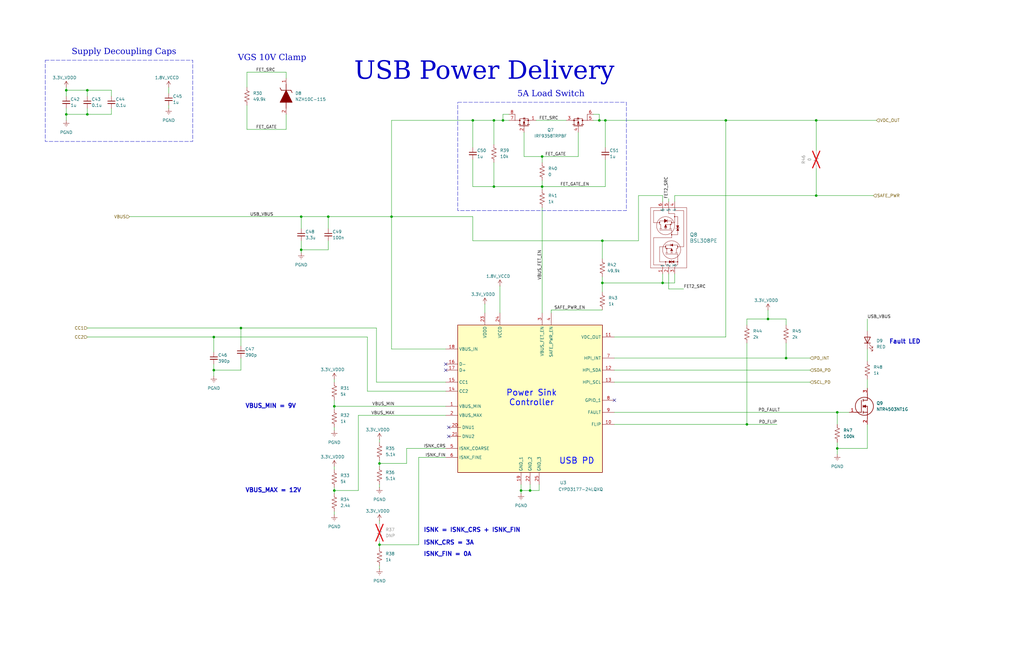
<source format=kicad_sch>
(kicad_sch (version 20231120) (generator "eeschema") (generator_version "8.0")
  (paper "B")
  (title_block (title "SCAN") (date "2025-01-30") (rev "v1.1") (company "Senior Design Group 35"))
  (lib_symbols
    (symbol "Device:C_Small" (pin_numbers hide) (pin_names (offset 0.254) hide)
      (property "Reference" "C" (at 0.254 1.778 0))
      (property "Value" "C_Small" (at 0.254 -2.032 0))
      (symbol "C_Small_0_1"
        (polyline (pts (xy -1.524 -0.508) (xy 1.524 -0.508)) (stroke (width 0.3302)))
        (polyline (pts (xy -1.524 0.508) (xy 1.524 0.508)) (stroke (width 0.3048)))
      )
      (symbol "C_Small_1_1"
        (pin passive line (at 0 2.54 270) (length 2.032) (name "~") (number "1"))
        (pin passive line (at 0 -2.54 90) (length 2.032) (name "~") (number "2"))
      )
    )
    (symbol "Device:LED" (pin_numbers hide) (pin_names (offset 1.016) hide)
      (property "Reference" "D" (at 0 2.54 0))
      (property "Value" "LED" (at 0 -2.54 0))
      (symbol "LED_0_1"
        (polyline (pts (xy -1.27 -1.27) (xy -1.27 1.27)) (stroke (width 0.254)))
        (polyline (pts (xy -1.27 0) (xy 1.27 0)))
        (polyline (pts (xy 1.27 -1.27) (xy 1.27 1.27) (xy -1.27 0) (xy 1.27 -1.27)) (stroke (width 0.254)))
        (polyline (pts (xy -3.048 -0.762) (xy -4.572 -2.286) (xy -3.81 -2.286) (xy -4.572 -2.286) (xy -4.572 -1.524)))
        (polyline (pts (xy -1.778 -0.762) (xy -3.302 -2.286) (xy -2.54 -2.286) (xy -3.302 -2.286) (xy -3.302 -1.524)))
      )
      (symbol "LED_1_1"
        (pin passive line (at -3.81 0 0) (length 2.54) (name "K") (number "1"))
        (pin passive line (at 3.81 0 180) (length 2.54) (name "A") (number "2"))
      )
    )
    (symbol "Device:R_US" (pin_numbers hide) (pin_names (offset 0))
      (property "Reference" "R" (at 2.54 0 90))
      (property "Value" "R_US" (at -2.54 0 90))
      (symbol "R_US_0_1"
        (polyline (pts (xy 0 -2.286) (xy 0 -2.54)))
        (polyline (pts (xy 0 2.286) (xy 0 2.54)))
        (polyline (pts (xy 0 -0.762) (xy 1.016 -1.143) (xy 0 -1.524) (xy -1.016 -1.905) (xy 0 -2.286)))
        (polyline (pts (xy 0 0.762) (xy 1.016 0.381) (xy 0 0) (xy -1.016 -0.381) (xy 0 -0.762)))
        (polyline (pts (xy 0 2.286) (xy 1.016 1.905) (xy 0 1.524) (xy -1.016 1.143) (xy 0 0.762)))
      )
      (symbol "R_US_1_1"
        (pin passive line (at 0 3.81 270) (length 1.27) (name "~") (number "1"))
        (pin passive line (at 0 -3.81 90) (length 1.27) (name "~") (number "2"))
      )
    )
    (symbol "custom_symbols:2N7002NXAKR" (pin_names hide)
      (property "Reference" "Q" (at 11.43 3.81 0))
      (property "Value" "2N7002NXAKR" (at 11.43 1.27 0))
      (symbol "2N7002NXAKR_1_1"
        (polyline (pts (xy 2.54 0) (xy 5.08 0)) (stroke (width 0.254)))
        (polyline (pts (xy 5.08 5.08) (xy 5.08 0)) (stroke (width 0.254)))
        (polyline (pts (xy 5.842 -0.508) (xy 5.842 0.508)) (stroke (width 0.254)))
        (polyline (pts (xy 5.842 0) (xy 7.62 0)) (stroke (width 0.254)))
        (polyline (pts (xy 5.842 2.032) (xy 5.842 3.048)) (stroke (width 0.254)))
        (polyline (pts (xy 5.842 5.588) (xy 5.842 4.572)) (stroke (width 0.254)))
        (polyline (pts (xy 7.62 2.54) (xy 5.842 2.54)) (stroke (width 0.254)))
        (polyline (pts (xy 7.62 2.54) (xy 7.62 -2.54)) (stroke (width 0.254)))
        (polyline (pts (xy 7.62 5.08) (xy 5.842 5.08)) (stroke (width 0.254)))
        (polyline (pts (xy 7.62 5.08) (xy 7.62 7.62)) (stroke (width 0.254)))
        (polyline (pts (xy 5.842 2.54) (xy 6.858 3.048) (xy 6.858 2.032) (xy 5.842 2.54)) (stroke (width 0.254)) (fill (type outline)))
        (circle (center 6.35 2.54) (radius 3.81) (stroke (width 0.254)))
        (pin passive line (at 0 0 0) (length 2.54) (name "G") (number "1"))
        (pin passive line (at 7.62 -5.08 90) (length 2.54) (name "S") (number "2"))
        (pin passive line (at 7.62 10.16 270) (length 2.54) (name "D") (number "3"))
      )
    )
    (symbol "custom_symbols:BSL308PEH6327XTSA1" (pin_names (offset 0.254))
      (property "Reference" "Q" (at 20.32 10.16 0))
      (property "Value" "BSL308PEH6327XTSA1" (at 20.32 7.62 0))
      (symbol "BSL308PEH6327XTSA1_0_1"
        (polyline (pts (xy 7.62 -10.16) (xy 33.02 -10.16)) (stroke (width 0.127)))
        (polyline (pts (xy 7.62 -5.08) (xy 8.89 -5.08)) (stroke (width 0.127)))
        (polyline (pts (xy 7.62 -2.54) (xy 8.89 -2.54)) (stroke (width 0.127)))
        (polyline (pts (xy 7.62 5.08) (xy 7.62 -10.16)) (stroke (width 0.127)))
        (polyline (pts (xy 8.89 -6.35) (xy 13.462 -6.35)) (stroke (width 0.127)))
        (polyline (pts (xy 8.89 -5.08) (xy 8.89 -6.35)) (stroke (width 0.127)))
        (polyline (pts (xy 8.89 -2.54) (xy 8.89 -1.27)) (stroke (width 0.127)))
        (polyline (pts (xy 8.89 -1.27) (xy 10.16 -1.27)) (stroke (width 0.127)))
        (polyline (pts (xy 8.89 0) (xy 7.62 0)) (stroke (width 0.127)))
        (polyline (pts (xy 8.89 0) (xy 8.89 3.81)) (stroke (width 0.127)))
        (polyline (pts (xy 8.89 3.81) (xy 20.32 3.81)) (stroke (width 0.127)))
        (polyline (pts (xy 9.652 -3.81) (xy 9.398 -4.064)) (stroke (width 0.127)))
        (polyline (pts (xy 9.652 -3.81) (xy 10.668 -3.81)) (stroke (width 0.127)))
        (polyline (pts (xy 10.16 -6.35) (xy 10.16 -4.826)) (stroke (width 0.127)))
        (polyline (pts (xy 10.16 -2.54) (xy 10.16 -3.048)) (stroke (width 0.127)))
        (polyline (pts (xy 10.16 -2.54) (xy 10.16 1.27)) (stroke (width 0.127)))
        (polyline (pts (xy 10.16 1.27) (xy 16.51 1.27)) (stroke (width 0.127)))
        (polyline (pts (xy 10.668 -3.81) (xy 10.922 -3.556)) (stroke (width 0.127)))
        (polyline (pts (xy 13.462 -1.27) (xy 13.462 -6.35)) (stroke (width 0.127)))
        (polyline (pts (xy 13.97 -5.842) (xy 15.748 -5.842)) (stroke (width 0.127)))
        (polyline (pts (xy 13.97 -5.334) (xy 13.97 -6.35)) (stroke (width 0.127)))
        (polyline (pts (xy 13.97 -3.81) (xy 15.748 -3.81)) (stroke (width 0.127)))
        (polyline (pts (xy 13.97 -3.302) (xy 13.97 -4.318)) (stroke (width 0.127)))
        (polyline (pts (xy 13.97 -1.778) (xy 15.748 -1.778)) (stroke (width 0.127)))
        (polyline (pts (xy 13.97 -1.27) (xy 13.97 -2.286)) (stroke (width 0.127)))
        (polyline (pts (xy 15.748 -6.35) (xy 17.272 -6.35)) (stroke (width 0.127)))
        (polyline (pts (xy 15.748 -5.842) (xy 15.748 -6.35)) (stroke (width 0.127)))
        (polyline (pts (xy 15.748 -1.27) (xy 15.748 -3.81)) (stroke (width 0.127)))
        (polyline (pts (xy 15.748 -1.27) (xy 17.272 -1.27)) (stroke (width 0.127)))
        (polyline (pts (xy 16.51 -8.89) (xy 16.51 -6.35)) (stroke (width 0.127)))
        (polyline (pts (xy 16.51 -8.89) (xy 31.75 -8.89)) (stroke (width 0.127)))
        (polyline (pts (xy 16.51 1.27) (xy 16.51 -1.27)) (stroke (width 0.127)))
        (polyline (pts (xy 17.272 -1.27) (xy 17.272 -6.35)) (stroke (width 0.127)))
        (polyline (pts (xy 17.78 -3.302) (xy 16.764 -3.302)) (stroke (width 0.127)))
        (polyline (pts (xy 20.32 3.81) (xy 20.32 -3.81)) (stroke (width 0.127)))
        (polyline (pts (xy 21.59 -6.35) (xy 23.368 -6.35)) (stroke (width 0.127)))
        (polyline (pts (xy 21.59 -3.81) (xy 21.59 -6.35)) (stroke (width 0.127)))
        (polyline (pts (xy 23.622 -3.81) (xy 20.32 -3.81)) (stroke (width 0.127)))
        (polyline (pts (xy 23.622 -3.81) (xy 23.622 1.27)) (stroke (width 0.127)))
        (polyline (pts (xy 24.13 -3.81) (xy 24.13 -2.794)) (stroke (width 0.127)))
        (polyline (pts (xy 24.13 -3.302) (xy 25.908 -3.302)) (stroke (width 0.127)))
        (polyline (pts (xy 24.13 -1.778) (xy 24.13 -0.762)) (stroke (width 0.127)))
        (polyline (pts (xy 24.13 0.254) (xy 24.13 1.27)) (stroke (width 0.127)))
        (polyline (pts (xy 24.13 0.762) (xy 25.908 0.762)) (stroke (width 0.127)))
        (polyline (pts (xy 24.384 -6.858) (xy 24.638 -7.112)) (stroke (width 0.127)))
        (polyline (pts (xy 24.384 -5.842) (xy 24.13 -5.588)) (stroke (width 0.127)))
        (polyline (pts (xy 24.384 -5.842) (xy 24.384 -6.858)) (stroke (width 0.127)))
        (polyline (pts (xy 25.4 -6.35) (xy 29.21 -6.35)) (stroke (width 0.127)))
        (polyline (pts (xy 25.908 -3.81) (xy 25.908 -1.27)) (stroke (width 0.127)))
        (polyline (pts (xy 25.908 -3.81) (xy 27.432 -3.81)) (stroke (width 0.127)))
        (polyline (pts (xy 25.908 -1.27) (xy 24.13 -1.27)) (stroke (width 0.127)))
        (polyline (pts (xy 25.908 0.762) (xy 25.908 1.27)) (stroke (width 0.127)))
        (polyline (pts (xy 25.908 1.27) (xy 27.432 1.27)) (stroke (width 0.127)))
        (polyline (pts (xy 26.67 -5.08) (xy 26.67 -3.81)) (stroke (width 0.127)))
        (polyline (pts (xy 26.67 -2.032) (xy 28.194 -2.032)) (stroke (width 0.127)))
        (polyline (pts (xy 26.67 3.81) (xy 26.67 1.27)) (stroke (width 0.127)))
        (polyline (pts (xy 27.432 -3.81) (xy 27.432 -2.032)) (stroke (width 0.127)))
        (polyline (pts (xy 27.432 -0.762) (xy 27.432 1.27)) (stroke (width 0.127)))
        (polyline (pts (xy 29.21 -5.08) (xy 29.21 -6.35)) (stroke (width 0.127)))
        (polyline (pts (xy 30.48 -5.08) (xy 26.67 -5.08)) (stroke (width 0.127)))
        (polyline (pts (xy 30.48 -2.54) (xy 30.48 -5.08)) (stroke (width 0.127)))
        (polyline (pts (xy 31.75 -5.08) (xy 31.75 -8.89)) (stroke (width 0.127)))
        (polyline (pts (xy 31.75 0) (xy 31.75 3.81)) (stroke (width 0.127)))
        (polyline (pts (xy 31.75 3.81) (xy 26.67 3.81)) (stroke (width 0.127)))
        (polyline (pts (xy 33.02 -10.16) (xy 33.02 5.08)) (stroke (width 0.127)))
        (polyline (pts (xy 33.02 -5.08) (xy 31.75 -5.08)) (stroke (width 0.127)))
        (polyline (pts (xy 33.02 -2.54) (xy 30.48 -2.54)) (stroke (width 0.127)))
        (polyline (pts (xy 33.02 0) (xy 31.75 0)) (stroke (width 0.127)))
        (polyline (pts (xy 33.02 5.08) (xy 7.62 5.08)) (stroke (width 0.127)))
        (polyline (pts (xy 14.732 -4.318) (xy 15.748 -3.81) (xy 14.732 -3.302)) (fill (type outline)))
        (polyline (pts (xy 17.78 -4.318) (xy 16.764 -4.318) (xy 17.272 -3.302)) (fill (type outline)))
        (polyline (pts (xy 24.638 -1.778) (xy 25.908 -1.27) (xy 24.638 -0.762)) (fill (type outline)))
        (polyline (pts (xy 26.67 -0.762) (xy 28.194 -0.762) (xy 27.432 -2.032)) (fill (type outline)))
        (polyline (pts (xy 9.652 -4.826) (xy 10.668 -4.826) (xy 10.16 -3.81) (xy 10.668 -2.794) (xy 9.652 -2.794) (xy 10.16 -3.81)) (fill (type outline)))
        (polyline (pts (xy 23.368 -5.842) (xy 23.368 -6.858) (xy 24.384 -6.35) (xy 25.4 -6.858) (xy 25.4 -5.842) (xy 24.384 -6.35)) (fill (type outline)))
        (circle (center 10.16 -6.35) (radius 0.127) (stroke (width 0.254)))
        (circle (center 10.16 -1.27) (radius 0.127) (stroke (width 0.254)))
        (circle (center 15.24 -3.81) (radius 3.81) (stroke (width 0.127)))
        (circle (center 15.748 -1.778) (radius 0.127) (stroke (width 0.254)))
        (circle (center 16.51 -6.35) (radius 0.127) (stroke (width 0.254)))
        (circle (center 16.51 -1.27) (radius 0.127) (stroke (width 0.254)))
        (circle (center 21.59 -3.81) (radius 0.127) (stroke (width 0.254)))
        (circle (center 25.4 -1.27) (radius 3.81) (stroke (width 0.127)))
        (circle (center 25.908 -3.302) (radius 0.127) (stroke (width 0.254)))
        (circle (center 26.67 -3.81) (radius 0.127) (stroke (width 0.254)))
        (circle (center 26.67 1.27) (radius 0.127) (stroke (width 0.254)))
        (circle (center 29.21 -5.08) (radius 0.127) (stroke (width 0.254)))
        (pin unspecified line (at 5.08 0 0) (length 2.54) (name "1") (number "1"))
        (pin unspecified line (at 5.08 -2.54 0) (length 2.54) (name "2") (number "2"))
        (pin unspecified line (at 5.08 -5.08 0) (length 2.54) (name "3") (number "3"))
        (pin unspecified line (at 35.56 -5.08 180) (length 2.54) (name "4") (number "4"))
        (pin unspecified line (at 35.56 -2.54 180) (length 2.54) (name "5") (number "5"))
        (pin unspecified line (at 35.56 0 180) (length 2.54) (name "6") (number "6"))
      )
    )
    (symbol "custom_symbols:CYPD3177-24LQXQ"
      (property "Reference" "U" (at 68.072 32.004 0))
      (property "Value" "CYPD3177-24LQXQ" (at 68.072 29.464 0))
      (symbol "CYPD3177-24LQXQ_1_1"
        (rectangle (start 5.08 25.4) (end 66.04 -36.83) (stroke (width 0.254)) (fill (type background)))
        (text_box "Power Sink Controller" (at 22.86 0 0) (size 26.67 -10.16) (stroke (width -0.0001)) (effects (font (size 2.54 2.54) (thickness 0.3175))))
        (text_box "USB PD" (at 45.72 -27.94 0) (size 19.05 -7.62) (stroke (width -0.0001)) (effects (font (size 2.54 2.54) (thickness 0.3175))))
        (pin passive line (at 0 -8.89 0) (length 5.08) (name "VBUS_MIN") (number "1"))
        (pin passive line (at 71.12 -16.51 180) (length 5.08) (name "FLIP") (number "10"))
        (pin passive line (at 71.12 20.32 180) (length 5.08) (name "VDC_OUT") (number "11"))
        (pin passive line (at 71.12 6.35 180) (length 5.08) (name "HPI_SDA") (number "12"))
        (pin passive line (at 71.12 1.27 180) (length 5.08) (name "HPI_SCL") (number "13"))
        (pin passive line (at 0 -2.54 0) (length 5.08) (name "CC2") (number "14"))
        (pin passive line (at 0 1.27 0) (length 5.08) (name "CC1") (number "15"))
        (pin passive line (at 0 8.89 0) (length 5.08) (name "D-") (number "16"))
        (pin passive line (at 0 6.35 0) (length 5.08) (name "D+") (number "17"))
        (pin passive line (at 0 15.24 0) (length 5.08) (name "VBUS_IN") (number "18"))
        (pin passive line (at 31.75 -41.91 90) (length 5.08) (name "GND_1") (number "19"))
        (pin passive line (at 0 -12.7 0) (length 5.08) (name "VBUS_MAX") (number "2"))
        (pin passive line (at 1.27 -17.78 0) (length 5.08) (name "DNU1") (number "20"))
        (pin passive line (at 1.27 -21.59 0) (length 5.08) (name "DNU2") (number "21"))
        (pin passive line (at 35.56 -41.91 90) (length 5.08) (name "GND_2") (number "22"))
        (pin passive line (at 16.51 30.48 270) (length 5.08) (name "VDDD") (number "23"))
        (pin passive line (at 22.86 30.48 270) (length 5.08) (name "VCCD") (number "24"))
        (pin passive line (at 39.37 -41.91 90) (length 5.08) (name "GND_3") (number "25"))
        (pin passive line (at 40.64 30.48 270) (length 5.08) (name "VBUS_FET_EN") (number "3"))
        (pin passive line (at 44.45 30.48 270) (length 5.08) (name "SAFE_PWR_EN") (number "4"))
        (pin passive line (at 0 -26.67 0) (length 5.08) (name "ISNK_COARSE") (number "5"))
        (pin passive line (at 0 -30.48 0) (length 5.08) (name "ISNK_FINE") (number "6"))
        (pin passive line (at 71.12 11.43 180) (length 5.08) (name "HPI_INT") (number "7"))
        (pin passive line (at 71.12 -6.35 180) (length 5.08) (name "GPIO_1") (number "8"))
        (pin passive line (at 71.12 -11.43 180) (length 5.08) (name "FAULT") (number "9"))
      )
    )
    (symbol "custom_symbols:IRF9358TRPBF"
      (property "Reference" "Q1" (at -0.254 -5.588 0))
      (property "Value" "IRF9358TRPBF" (at -0.254 -8.128 0))
      (symbol "IRF9358TRPBF_0_2"
        (circle (center -13.208 0) (radius 0.254) (fill (type outline)))
        (circle (center -9.652 0) (radius 0.254) (fill (type outline)))
        (polyline (pts (xy -15.24 0) (xy -15.24 2.54)))
        (polyline (pts (xy -15.24 0) (xy -13.208 0)))
        (polyline (pts (xy -13.716 -1.778) (xy -12.7 -1.778)) (stroke (width 0.254)))
        (polyline (pts (xy -13.335 -2.286) (xy -9.525 -2.286)) (stroke (width 0.254)))
        (polyline (pts (xy -11.938 -1.778) (xy -10.922 -1.778)) (stroke (width 0.254)))
        (polyline (pts (xy -11.43 -2.286) (xy -11.43 -2.54)))
        (polyline (pts (xy -10.16 -1.778) (xy -9.144 -1.778)) (stroke (width 0.254)))
        (polyline (pts (xy 10.16 -1.778) (xy 9.144 -1.778)) (stroke (width 0.254)))
        (polyline (pts (xy 11.43 -2.286) (xy 11.43 -2.54)))
        (polyline (pts (xy 11.938 -1.778) (xy 10.922 -1.778)) (stroke (width 0.254)))
        (polyline (pts (xy 13.335 -2.286) (xy 9.525 -2.286)) (stroke (width 0.254)))
        (polyline (pts (xy 13.716 -1.778) (xy 12.7 -1.778)) (stroke (width 0.254)))
        (polyline (pts (xy 15.24 0) (xy 13.208 0)))
        (polyline (pts (xy 15.24 0) (xy 15.24 2.54)))
        (polyline (pts (xy -8.89 0) (xy -11.43 0) (xy -11.43 -1.778)))
        (polyline (pts (xy 8.89 0) (xy 11.43 0) (xy 11.43 -1.778)))
        (polyline (pts (xy -13.208 -1.778) (xy -13.208 0.762) (xy -9.652 0.762) (xy -9.652 -1.778)))
        (polyline (pts (xy -11.43 -0.254) (xy -11.811 -1.27) (xy -11.049 -1.27) (xy -11.43 -0.254)) (fill (type outline)))
        (polyline (pts (xy -11.049 0.762) (xy -11.684 0.381) (xy -11.684 1.143) (xy -11.049 0.762)))
        (polyline (pts (xy -10.922 0.254) (xy -11.049 0.381) (xy -11.049 1.143) (xy -11.176 1.27)))
        (polyline (pts (xy 10.922 0.254) (xy 11.049 0.381) (xy 11.049 1.143) (xy 11.176 1.27)))
        (polyline (pts (xy 11.049 0.762) (xy 11.684 0.381) (xy 11.684 1.143) (xy 11.049 0.762)))
        (polyline (pts (xy 11.43 -0.254) (xy 11.811 -1.27) (xy 11.049 -1.27) (xy 11.43 -0.254)) (fill (type outline)))
        (polyline (pts (xy 13.208 -1.778) (xy 13.208 0.762) (xy 9.652 0.762) (xy 9.652 -1.778)))
        (circle (center 9.652 0) (radius 0.254) (fill (type outline)))
        (circle (center 13.208 0) (radius 0.254) (fill (type outline)))
      )
      (symbol "IRF9358TRPBF_1_1"
        (rectangle (start 5.08 2.54) (end 20.32 -10.16) (stroke (width 0.254)) (fill (type background)))
        (pin passive line (at 0 0 0) (length 5.08) (name "S1") (number "1"))
        (pin passive line (at 0 -2.54 0) (length 5.08) (name "G1") (number "2"))
        (pin passive line (at 0 -5.08 0) (length 5.08) (name "S2") (number "3"))
        (pin passive line (at 0 -7.62 0) (length 5.08) (name "G2") (number "4"))
        (pin passive line (at 25.4 -7.62 180) (length 5.08) (name "D2_1") (number "5"))
        (pin passive line (at 25.4 -5.08 180) (length 5.08) (name "D2_2") (number "6"))
        (pin passive line (at 25.4 -2.54 180) (length 5.08) (name "D1_1") (number "7"))
        (pin passive line (at 25.4 0 180) (length 5.08) (name "D1_2") (number "8"))
      )
      (symbol "IRF9358TRPBF_1_2"
        (pin passive line (at -6.35 0 180) (length 2.54) (name "") (number "1"))
        (pin passive line (at -11.43 -5.08 90) (length 2.54) (name "") (number "2"))
        (pin passive line (at 6.35 0 0) (length 2.54) (name "") (number "3"))
        (pin passive line (at 11.43 -5.08 90) (length 2.54) (name "") (number "4"))
        (pin passive line (at 17.78 0 180) (length 2.54) (name "") (number "5"))
        (pin passive line (at 17.78 2.54 180) (length 2.54) (name "") (number "6"))
        (pin passive line (at -17.78 0 0) (length 2.54) (name "") (number "7"))
        (pin passive line (at -17.78 2.54 0) (length 2.54) (name "") (number "8"))
      )
    )
    (symbol "custom_symbols:NZH10C-115" (pin_names hide)
      (property "Reference" "Z" (at 10.16 8.89 0))
      (property "Value" "NZH10C-115" (at 10.16 6.35 0))
      (symbol "NZH10C-115_1_1"
        (polyline (pts (xy 2.54 0) (xy 5.08 0)) (stroke (width 0.254)))
        (polyline (pts (xy 4.064 -2.54) (xy 5.08 -2.032)) (stroke (width 0.254)))
        (polyline (pts (xy 5.08 2.032) (xy 5.08 -2.032)) (stroke (width 0.254)))
        (polyline (pts (xy 5.08 2.032) (xy 6.096 2.54)) (stroke (width 0.254)))
        (polyline (pts (xy 12.7 0) (xy 10.16 0)) (stroke (width 0.254)))
        (polyline (pts (xy 5.08 0) (xy 10.16 2.54) (xy 10.16 -2.54) (xy 5.08 0)) (stroke (width 0.254)) (fill (type outline)))
        (pin passive line (at 0 0 0) (length 2.54) (name "K") (number "1"))
        (pin passive line (at 15.24 0 180) (length 2.54) (name "A") (number "2"))
      )
    )
    (symbol "power:+3.3V" (power) (pin_numbers hide) (pin_names (offset 0) hide)
      (property "Value" "+3.3V" (at 0 3.556 0))
      (symbol "+3.3V_0_1"
        (polyline (pts (xy -0.762 1.27) (xy 0 2.54)))
        (polyline (pts (xy 0 0) (xy 0 2.54)))
        (polyline (pts (xy 0 2.54) (xy 0.762 1.27)))
      )
      (symbol "+3.3V_1_1"
        (pin power_in line (at 0 0 90) (length 0) (name "~") (number "1"))
      )
    )
    (symbol "power:GNDREF" (power) (pin_numbers hide) (pin_names (offset 0) hide)
      (property "Value" "GNDREF" (at 0 -3.81 0))
      (symbol "GNDREF_0_1"
        (polyline (pts (xy -0.635 -1.905) (xy 0.635 -1.905)))
        (polyline (pts (xy -0.127 -2.54) (xy 0.127 -2.54)))
        (polyline (pts (xy 0 -1.27) (xy 0 0)))
        (polyline (pts (xy 1.27 -1.27) (xy -1.27 -1.27)))
      )
      (symbol "GNDREF_1_1"
        (pin power_in line (at 0 0 270) (length 0) (name "~") (number "1"))
      )
    )
  )
  (junction (at 36.83 38.1))
  (junction (at 27.94 38.1))
  (junction (at 353.06 189.23))
  (junction (at 228.6 78.74))
  (junction (at 127 105.41))
  (junction (at 323.85 134.62))
  (junction (at 160.02 195.58))
  (junction (at 223.52 207.01))
  (junction (at 306.07 50.8))
  (junction (at 199.39 50.8))
  (junction (at 27.94 48.26))
  (junction (at 208.28 50.8))
  (junction (at 212.09 50.8))
  (junction (at 36.83 48.26))
  (junction (at 331.47 151.13))
  (junction (at 344.17 50.8))
  (junction (at 208.28 78.74))
  (junction (at 219.71 207.01))
  (junction (at 252.73 50.8))
  (junction (at 90.17 142.24))
  (junction (at 160.02 229.87))
  (junction (at 254 119.38))
  (junction (at 279.4 119.38))
  (junction (at 101.6 138.43))
  (junction (at 254 101.6))
  (junction (at 344.17 82.55))
  (junction (at 140.97 171.45))
  (junction (at 165.1 91.44))
  (junction (at 314.96 179.07))
  (junction (at 127 91.44))
  (junction (at 138.43 91.44))
  (junction (at 353.06 173.99))
  (junction (at 255.27 50.8))
  (junction (at 228.6 66.04))
  (junction (at 140.97 207.01))
  (junction (at 90.17 156.21))
  (no_connect (at 187.96 156.21))
  (no_connect (at 187.96 153.67))
  (no_connect (at 189.23 184.15))
  (no_connect (at 259.08 168.91))
  (no_connect (at 189.23 180.34))
  (wire (pts (xy 226.06 50.8) (xy 238.76 50.8)))
  (wire (pts (xy 323.85 134.62) (xy 331.47 134.62)))
  (wire (pts (xy 127 105.41) (xy 138.43 105.41)))
  (wire (pts (xy 199.39 78.74) (xy 208.28 78.74)))
  (wire (pts (xy 140.97 171.45) (xy 187.96 171.45)))
  (wire (pts (xy 214.63 48.26) (xy 212.09 48.26)))
  (wire (pts (xy 255.27 50.8) (xy 306.07 50.8)))
  (wire (pts (xy 269.24 82.55) (xy 279.4 82.55)))
  (wire (pts (xy 208.28 78.74) (xy 228.6 78.74)))
  (wire (pts (xy 220.98 66.04) (xy 228.6 66.04)))
  (wire (pts (xy 250.19 48.26) (xy 252.73 48.26)))
  (wire (pts (xy 160.02 229.87) (xy 160.02 231.14)))
  (wire (pts (xy 199.39 67.31) (xy 199.39 78.74)))
  (wire (pts (xy 140.97 180.34) (xy 140.97 181.61)))
  (wire (pts (xy 259.08 151.13) (xy 331.47 151.13)))
  (wire (pts (xy 232.41 130.81) (xy 232.41 132.08)))
  (wire (pts (xy 90.17 142.24) (xy 90.17 148.59)))
  (wire (pts (xy 223.52 204.47) (xy 223.52 207.01)))
  (wire (pts (xy 120.65 30.48) (xy 120.65 33.02)))
  (wire (pts (xy 252.73 48.26) (xy 252.73 50.8)))
  (wire (pts (xy 138.43 101.6) (xy 138.43 105.41)))
  (wire (pts (xy 210.82 120.65) (xy 210.82 132.08)))
  (wire (pts (xy 254 116.84) (xy 254 119.38)))
  (wire (pts (xy 254 119.38) (xy 279.4 119.38)))
  (wire (pts (xy 223.52 207.01) (xy 227.33 207.01)))
  (wire (pts (xy 165.1 91.44) (xy 165.1 50.8)))
  (wire (pts (xy 353.06 189.23) (xy 353.06 191.77)))
  (wire (pts (xy 204.47 128.27) (xy 204.47 132.08)))
  (wire (pts (xy 27.94 45.72) (xy 27.94 48.26)))
  (wire (pts (xy 353.06 173.99) (xy 353.06 179.07)))
  (wire (pts (xy 154.94 142.24) (xy 154.94 165.1)))
  (wire (pts (xy 353.06 173.99) (xy 358.14 173.99)))
  (wire (pts (xy 138.43 91.44) (xy 138.43 96.52)))
  (wire (pts (xy 165.1 91.44) (xy 199.39 91.44)))
  (wire (pts (xy 104.14 36.83) (xy 104.14 30.48)))
  (wire (pts (xy 254 101.6) (xy 269.24 101.6)))
  (wire (pts (xy 250.19 50.8) (xy 252.73 50.8)))
  (wire (pts (xy 219.71 204.47) (xy 219.71 207.01)))
  (wire (pts (xy 212.09 48.26) (xy 212.09 50.8)))
  (wire (pts (xy 160.02 194.31) (xy 160.02 195.58)))
  (wire (pts (xy 228.6 87.63) (xy 228.6 132.08)))
  (wire (pts (xy 176.53 193.04) (xy 176.53 229.87)))
  (wire (pts (xy 176.53 229.87) (xy 160.02 229.87)))
  (wire (pts (xy 71.12 44.45) (xy 71.12 45.72)))
  (wire (pts (xy 104.14 54.61) (xy 120.65 54.61)))
  (wire (pts (xy 140.97 207.01) (xy 140.97 208.28)))
  (wire (pts (xy 281.94 83.82) (xy 281.94 85.09)))
  (wire (pts (xy 151.13 175.26) (xy 151.13 207.01)))
  (wire (pts (xy 365.76 160.02) (xy 365.76 163.83)))
  (wire (pts (xy 46.99 38.1) (xy 46.99 40.64)))
  (wire (pts (xy 232.41 130.81) (xy 254 130.81)))
  (wire (pts (xy 331.47 151.13) (xy 331.47 144.78)))
  (wire (pts (xy 331.47 134.62) (xy 331.47 137.16)))
  (wire (pts (xy 208.28 50.8) (xy 208.28 60.96)))
  (wire (pts (xy 101.6 156.21) (xy 90.17 156.21)))
  (wire (pts (xy 160.02 229.87) (xy 160.02 228.6)))
  (wire (pts (xy 160.02 185.42) (xy 160.02 186.69)))
  (wire (pts (xy 160.02 204.47) (xy 160.02 205.74)))
  (wire (pts (xy 281.94 121.92) (xy 288.29 121.92)))
  (wire (pts (xy 171.45 195.58) (xy 160.02 195.58)))
  (wire (pts (xy 259.08 173.99) (xy 353.06 173.99)))
  (wire (pts (xy 127 105.41) (xy 127 106.68)))
  (wire (pts (xy 284.48 82.55) (xy 344.17 82.55)))
  (wire (pts (xy 331.47 151.13) (xy 341.63 151.13)))
  (wire (pts (xy 127 101.6) (xy 127 105.41)))
  (wire (pts (xy 101.6 138.43) (xy 101.6 146.05)))
  (wire (pts (xy 140.97 160.02) (xy 140.97 161.29)))
  (wire (pts (xy 365.76 179.07) (xy 365.76 189.23)))
  (wire (pts (xy 365.76 147.32) (xy 365.76 152.4)))
  (wire (pts (xy 104.14 30.48) (xy 120.65 30.48)))
  (wire (pts (xy 254 123.19) (xy 254 119.38)))
  (wire (pts (xy 165.1 50.8) (xy 199.39 50.8)))
  (wire (pts (xy 140.97 168.91) (xy 140.97 171.45)))
  (wire (pts (xy 323.85 130.81) (xy 323.85 134.62)))
  (wire (pts (xy 228.6 78.74) (xy 228.6 80.01)))
  (wire (pts (xy 36.83 48.26) (xy 27.94 48.26)))
  (wire (pts (xy 165.1 91.44) (xy 165.1 147.32)))
  (wire (pts (xy 314.96 144.78) (xy 314.96 179.07)))
  (wire (pts (xy 279.4 82.55) (xy 279.4 85.09)))
  (wire (pts (xy 90.17 156.21) (xy 90.17 158.75)))
  (wire (pts (xy 344.17 50.8) (xy 369.57 50.8)))
  (wire (pts (xy 259.08 161.29) (xy 341.63 161.29)))
  (wire (pts (xy 140.97 196.85) (xy 140.97 198.12)))
  (wire (pts (xy 199.39 50.8) (xy 199.39 62.23)))
  (wire (pts (xy 165.1 147.32) (xy 187.96 147.32)))
  (wire (pts (xy 199.39 101.6) (xy 254 101.6)))
  (wire (pts (xy 140.97 207.01) (xy 151.13 207.01)))
  (wire (pts (xy 306.07 50.8) (xy 306.07 142.24)))
  (wire (pts (xy 255.27 67.31) (xy 255.27 78.74)))
  (wire (pts (xy 138.43 91.44) (xy 165.1 91.44)))
  (wire (pts (xy 344.17 71.12) (xy 344.17 82.55)))
  (wire (pts (xy 259.08 179.07) (xy 314.96 179.07)))
  (wire (pts (xy 36.83 138.43) (xy 101.6 138.43)))
  (wire (pts (xy 160.02 219.71) (xy 160.02 220.98)))
  (wire (pts (xy 279.4 115.57) (xy 279.4 119.38)))
  (wire (pts (xy 269.24 101.6) (xy 269.24 82.55)))
  (wire (pts (xy 120.65 54.61) (xy 120.65 48.26)))
  (wire (pts (xy 284.48 85.09) (xy 284.48 82.55)))
  (wire (pts (xy 199.39 91.44) (xy 199.39 101.6)))
  (wire (pts (xy 365.76 139.7) (xy 365.76 134.62)))
  (wire (pts (xy 160.02 195.58) (xy 160.02 196.85)))
  (wire (pts (xy 104.14 44.45) (xy 104.14 54.61)))
  (wire (pts (xy 259.08 156.21) (xy 341.63 156.21)))
  (wire (pts (xy 314.96 137.16) (xy 314.96 134.62)))
  (wire (pts (xy 140.97 205.74) (xy 140.97 207.01)))
  (wire (pts (xy 27.94 36.83) (xy 27.94 38.1)))
  (wire (pts (xy 220.98 66.04) (xy 220.98 55.88)))
  (wire (pts (xy 314.96 134.62) (xy 323.85 134.62)))
  (wire (pts (xy 353.06 186.69) (xy 353.06 189.23)))
  (wire (pts (xy 36.83 142.24) (xy 90.17 142.24)))
  (wire (pts (xy 27.94 38.1) (xy 36.83 38.1)))
  (wire (pts (xy 199.39 50.8) (xy 208.28 50.8)))
  (wire (pts (xy 223.52 207.01) (xy 219.71 207.01)))
  (wire (pts (xy 281.94 115.57) (xy 281.94 121.92)))
  (wire (pts (xy 228.6 66.04) (xy 228.6 68.58)))
  (wire (pts (xy 365.76 189.23) (xy 353.06 189.23)))
  (wire (pts (xy 254 101.6) (xy 254 109.22)))
  (wire (pts (xy 158.75 161.29) (xy 187.96 161.29)))
  (wire (pts (xy 158.75 138.43) (xy 158.75 161.29)))
  (wire (pts (xy 187.96 175.26) (xy 151.13 175.26)))
  (wire (pts (xy 208.28 50.8) (xy 212.09 50.8)))
  (wire (pts (xy 219.71 207.01) (xy 219.71 208.28)))
  (wire (pts (xy 127 91.44) (xy 138.43 91.44)))
  (wire (pts (xy 255.27 50.8) (xy 255.27 62.23)))
  (wire (pts (xy 36.83 38.1) (xy 36.83 40.64)))
  (wire (pts (xy 228.6 76.2) (xy 228.6 78.74)))
  (wire (pts (xy 314.96 179.07) (xy 327.66 179.07)))
  (wire (pts (xy 187.96 189.23) (xy 171.45 189.23)))
  (wire (pts (xy 227.33 204.47) (xy 227.33 207.01)))
  (wire (pts (xy 27.94 38.1) (xy 27.94 40.64)))
  (wire (pts (xy 228.6 66.04) (xy 243.84 66.04)))
  (wire (pts (xy 36.83 38.1) (xy 46.99 38.1)))
  (wire (pts (xy 90.17 142.24) (xy 154.94 142.24)))
  (wire (pts (xy 101.6 138.43) (xy 158.75 138.43)))
  (wire (pts (xy 140.97 215.9) (xy 140.97 217.17)))
  (wire (pts (xy 344.17 82.55) (xy 368.3 82.55)))
  (wire (pts (xy 306.07 50.8) (xy 344.17 50.8)))
  (wire (pts (xy 46.99 45.72) (xy 46.99 48.26)))
  (wire (pts (xy 228.6 78.74) (xy 255.27 78.74)))
  (wire (pts (xy 71.12 36.83) (xy 71.12 39.37)))
  (wire (pts (xy 187.96 193.04) (xy 176.53 193.04)))
  (wire (pts (xy 46.99 48.26) (xy 36.83 48.26)))
  (wire (pts (xy 154.94 165.1) (xy 187.96 165.1)))
  (wire (pts (xy 127 91.44) (xy 127 96.52)))
  (wire (pts (xy 252.73 50.8) (xy 255.27 50.8)))
  (wire (pts (xy 279.4 119.38) (xy 284.48 119.38)))
  (wire (pts (xy 140.97 171.45) (xy 140.97 172.72)))
  (wire (pts (xy 160.02 238.76) (xy 160.02 240.03)))
  (wire (pts (xy 90.17 153.67) (xy 90.17 156.21)))
  (wire (pts (xy 101.6 151.13) (xy 101.6 156.21)))
  (wire (pts (xy 243.84 55.88) (xy 243.84 66.04)))
  (wire (pts (xy 284.48 119.38) (xy 284.48 115.57)))
  (wire (pts (xy 344.17 50.8) (xy 344.17 63.5)))
  (wire (pts (xy 171.45 189.23) (xy 171.45 195.58)))
  (wire (pts (xy 27.94 48.26) (xy 27.94 50.8)))
  (wire (pts (xy 36.83 45.72) (xy 36.83 48.26)))
  (wire (pts (xy 208.28 68.58) (xy 208.28 78.74)))
  (wire (pts (xy 212.09 50.8) (xy 214.63 50.8)))
  (wire (pts (xy 54.61 91.44) (xy 127 91.44)))
  (wire (pts (xy 259.08 142.24) (xy 306.07 142.24)))
  (rectangle (start 19.05 25.4) (end 81.28 59.69) (stroke (width 0) (type dash)))
  (rectangle (start 193.04 43.18) (end 264.16 88.9) (stroke (width 0) (type dash)))
  (text "ISNK_CRS = 3A" (at 178.562 230.124 0) (effects (font (size 1.778 1.778) (thickness 0.3556) (bold yes)) (justify left bottom)))
  (text "VGS 10V Clamp" (at 100.33 26.67 0) (effects (font (size 2.54 2.54) (thickness 0.3175)) (justify left bottom)))
  (text "5A Load Switch" (at 218.186 41.91 0) (effects (font (size 2.54 2.54) (thickness 0.3175)) (justify left bottom)))
  (text "USB Power Delivery" (at 204.216 32.258 0) (effects (font (size 7.62 7.62) (thickness 0.9525))))
  (text "Fault LED" (at 374.904 145.288 0) (effects (font (size 1.778 1.778) (thickness 0.3556) (bold yes)) (justify left bottom)))
  (text "ISNK = ISNK_CRS + ISNK_FIN" (at 178.562 224.79 0) (effects (font (size 1.778 1.778) (thickness 0.3556) (bold yes)) (justify left bottom)))
  (text "VBUS_MAX = 12V" (at 103.378 208.026 0) (effects (font (size 1.778 1.778) (thickness 0.3556) (bold yes)) (justify left bottom)))
  (text "Supply Decoupling Caps" (at 30.226 24.13 0) (effects (font (size 2.54 2.54) (thickness 0.3175)) (justify left bottom)))
  (text "VBUS_MIN = 9V" (at 103.378 172.466 0) (effects (font (size 1.778 1.778) (thickness 0.3556) (bold yes)) (justify left bottom)))
  (text "ISNK_FIN = 0A" (at 178.562 234.95 0) (effects (font (size 1.778 1.778) (thickness 0.3556) (bold yes)) (justify left bottom)))
  (label "FET_GATE" (at 229.87 66.04 0))
  (label "VBUS_MIN" (at 166.37 171.45 180))
  (label "VBUS_FET_EN" (at 228.6 118.11 90))
  (label "ISNK_FIN" (at 187.96 193.04 180))
  (label "USB_VBUS" (at 365.76 134.62 0))
  (label "FET2_SRC" (at 288.29 121.92 0))
  (label "FET_GATE" (at 107.95 54.61 0))
  (label "PD_FLIP" (at 327.66 179.07 180))
  (label "PD_FAULT" (at 328.93 173.99 180))
  (label "SAFE_PWR_EN" (at 233.68 130.81 0))
  (label "FET_GATE_EN" (at 236.22 78.74 0))
  (label "VBUS_MAX" (at 166.37 175.26 180))
  (label "FET2_SRC" (at 281.94 83.82 90))
  (label "USB_VBUS" (at 105.41 91.44 0))
  (label "FET_SRC" (at 107.95 30.48 0))
  (label "ISNK_CRS" (at 187.96 189.23 180))
  (label "FET_SRC" (at 227.33 50.8 0))
  (hierarchical_label "PD_INT" (shape input) (at 341.63 151.13 0))
  (hierarchical_label "VBUS" (shape input) (at 54.61 91.44 180))
  (hierarchical_label "CC1" (shape input) (at 36.83 138.43 180))
  (hierarchical_label "SDA_PD" (shape input) (at 341.63 156.21 0))
  (hierarchical_label "VDC_OUT" (shape input) (at 369.57 50.8 0))
  (hierarchical_label "CC2" (shape input) (at 36.83 142.24 180))
  (hierarchical_label "SAFE_PWR" (shape input) (at 368.3 82.55 0))
  (hierarchical_label "SCL_PD" (shape input) (at 341.63 161.29 0))
  (symbol (lib_id "power:+3.3V") (at 71.12 36.83 0) (unit 1)
    (property "Reference" "#PWR048" (effects (hide yes)))
    (property "Value" "1.8V_VCCD" (at 65.278 32.766 0) (effects (justify left)))
    (property "Description" "Power symbol creates a global label with name \"+3.3V\"" (effects (hide yes)))
  )
  (symbol (lib_id "Device:R_US") (at 140.97 201.93 0) (unit 1)
    (property "Reference" "R33" (at 143.51 200.6599 0) (effects (justify left)))
    (property "Value" "5k" (at 143.51 203.1999 0) (effects (justify left)))
    (property "Footprint" "Resistor_SMD:R_0603_1608Metric" (effects (hide yes)))
    (property "Description" "Resistor, US symbol" (effects (hide yes)))
  )
  (symbol (lib_id "power:+3.3V") (at 210.82 120.65 0) (unit 1)
    (property "Reference" "#PWR061" (effects (hide yes)))
    (property "Value" "1.8V_VCCD" (at 204.978 116.586 0) (effects (justify left)))
    (property "Description" "Power symbol creates a global label with name \"+3.3V\"" (effects (hide yes)))
  )
  (symbol (lib_id "custom_symbols:NZH10C-115") (at 120.65 33.02 270) (unit 1)
    (property "Reference" "D8" (at 124.46 39.3699 90) (effects (justify left)))
    (property "Value" "NZH10C-115" (at 124.46 41.9099 90) (effects (justify left)))
    (property "Footprint" "SCAN_footprints:SODFL3516X120N" (effects (hide yes)))
    (property "Datasheet" "https://assets.nexperia.com/documents/data-sheet/NZH_SER.pdf" (effects (hide yes)))
    (property "Description" "NEXPERIA - NZH10C,115 - Zener Single Diode, 10 V, 500 mW, SOD-123F, 2.5 %, 2 Pins, 150 ?C" (effects (hide yes)))
    (property "Height" "1.2" (effects (hide yes)))
    (property "Manufacturer_Name" "Nexperia" (effects (hide yes)))
    (property "Manufacturer_Part_Number" "NZH10C,115" (effects (hide yes)))
    (property "Arrow Part Number" "NZH10C,115" (effects (hide yes)))
    (property "Arrow Price/Stock" "https://www.arrow.com/en/products/nzh10c115/nexperia?region=nac" (effects (hide yes)))
  )
  (symbol (lib_id "power:GNDREF") (at 160.02 205.74 0) (unit 1)
    (property "Reference" "#PWR057" (effects (hide yes)))
    (property "Value" "PGND" (at 160.02 210.82 0))
    (property "Description" "Power symbol creates a global label with name \"GNDREF\" , reference supply ground" (effects (hide yes)))
  )
  (symbol (lib_id "Device:R_US") (at 160.02 200.66 0) (unit 1)
    (property "Reference" "R36" (at 162.56 199.3899 0) (effects (justify left)))
    (property "Value" "5.1k" (at 162.56 201.9299 0) (effects (justify left)))
    (property "Footprint" "Resistor_SMD:R_0603_1608Metric" (effects (hide yes)))
    (property "Description" "Resistor, US symbol" (effects (hide yes)))
  )
  (symbol (lib_id "Device:R_US") (at 353.06 182.88 0) (unit 1)
    (property "Reference" "R47" (at 355.6 181.6099 0) (effects (justify left)))
    (property "Value" "100k" (at 355.6 184.1499 0) (effects (justify left)))
    (property "Footprint" "Resistor_SMD:R_0805_2012Metric" (effects (hide yes)))
    (property "Description" "Resistor, US symbol" (effects (hide yes)))
  )
  (symbol (lib_id "power:+3.3V") (at 160.02 219.71 0) (unit 1)
    (property "Reference" "#PWR058" (effects (hide yes)))
    (property "Value" "3.3V_VDDD" (at 154.178 215.646 0) (effects (justify left)))
    (property "Description" "Power symbol creates a global label with name \"+3.3V\"" (effects (hide yes)))
  )
  (symbol (lib_id "Device:R_US") (at 365.76 156.21 0) (unit 1)
    (property "Reference" "R48" (at 368.3 154.9399 0) (effects (justify left)))
    (property "Value" "1k" (at 368.3 157.4799 0) (effects (justify left)))
    (property "Footprint" "Resistor_SMD:R_0603_1608Metric" (effects (hide yes)))
    (property "Description" "Resistor, US symbol" (effects (hide yes)))
  )
  (symbol (lib_id "Device:R_US") (at 344.17 67.31 180) (unit 1) (dnp yes)
    (property "Reference" "R46" (at 338.836 67.31 90))
    (property "Value" "0" (at 341.376 67.31 90))
    (property "Footprint" "Resistor_SMD:R_0805_2012Metric" (effects (hide yes)))
    (property "Description" "Resistor, US symbol" (effects (hide yes)))
  )
  (symbol (lib_id "power:+3.3V") (at 204.47 128.27 0) (unit 1)
    (property "Reference" "#PWR060" (effects (hide yes)))
    (property "Value" "3.3V_VDDD" (at 198.628 124.206 0) (effects (justify left)))
    (property "Description" "Power symbol creates a global label with name \"+3.3V\"" (effects (hide yes)))
  )
  (symbol (lib_id "Device:R_US") (at 160.02 224.79 0) (unit 1) (dnp yes)
    (property "Reference" "R37" (at 162.56 223.5199 0) (effects (justify left)))
    (property "Value" "DNP" (at 162.56 226.0599 0) (effects (justify left)))
    (property "Footprint" "Resistor_SMD:R_0603_1608Metric" (effects (hide yes)))
    (property "Description" "Resistor, US symbol" (effects (hide yes)))
  )
  (symbol (lib_id "power:+3.3V") (at 27.94 36.83 0) (unit 1)
    (property "Reference" "#PWR046" (effects (hide yes)))
    (property "Value" "3.3V_VDDD" (at 22.098 32.766 0) (effects (justify left)))
    (property "Description" "Power symbol creates a global label with name \"+3.3V\"" (effects (hide yes)))
  )
  (symbol (lib_id "custom_symbols:IRF9358TRPBF") (at 232.41 50.8 0) (unit 1) (convert 2)
    (property "Reference" "Q7" (at 232.156 54.864 0))
    (property "Value" "IRF9358TRPBF" (at 232.156 57.404 0))
    (property "Footprint" "SCAN_footprints:SO8_IRF9358TRPBF_INF" (effects (hide yes)))
    (property "Datasheet" "https://www.diodes.com//assets/Datasheets/ds31420.pdf" (effects (hide yes)))
    (property "Height" "1.75" (effects (hide yes)))
    (property "Manufacturer_Name" "Diodes Incorporated" (effects (hide yes)))
    (property "Manufacturer_Part_Number" "DMP3056LSD-13" (effects (hide yes)))
    (property "Arrow Part Number" "DMP3056LSD-13" (effects (hide yes)))
    (property "Arrow Price/Stock" "https://www.arrow.com/en/products/dmp3056lsd-13/diodes-incorporated?region=europe" (effects (hide yes)))
  )
  (symbol (lib_id "Device:C_Small") (at 90.17 151.13 0) (unit 1)
    (property "Reference" "C46" (at 91.948 149.86 0) (effects (justify left)))
    (property "Value" "390p" (at 91.948 152.4 0) (effects (justify left)))
    (property "Footprint" "Capacitor_SMD:C_0603_1608Metric" (effects (hide yes)))
    (property "Description" "16V, X7R" (effects (hide yes)))
  )
  (symbol (lib_id "power:GNDREF") (at 353.06 191.77 0) (unit 1)
    (property "Reference" "#PWR064" (effects (hide yes)))
    (property "Value" "PGND" (at 353.06 196.85 0))
    (property "Description" "Power symbol creates a global label with name \"GNDREF\" , reference supply ground" (effects (hide yes)))
  )
  (symbol (lib_id "Device:R_US") (at 160.02 234.95 0) (unit 1)
    (property "Reference" "R38" (at 162.56 233.6799 0) (effects (justify left)))
    (property "Value" "1k" (at 162.56 236.2199 0) (effects (justify left)))
    (property "Footprint" "Resistor_SMD:R_0603_1608Metric" (effects (hide yes)))
    (property "Description" "Resistor, US symbol" (effects (hide yes)))
  )
  (symbol (lib_id "power:GNDREF") (at 90.17 158.75 0) (unit 1)
    (property "Reference" "#PWR050" (effects (hide yes)))
    (property "Value" "PGND" (at 90.17 163.83 0))
    (property "Description" "Power symbol creates a global label with name \"GNDREF\" , reference supply ground" (effects (hide yes)))
  )
  (symbol (lib_id "custom_symbols:CYPD3177-24LQXQ") (at 187.96 162.56 0) (unit 1)
    (property "Reference" "U3" (at 237.49 203.708 0))
    (property "Value" "CYPD3177-24LQXQ" (at 244.856 206.502 0))
    (property "Footprint" "SCAN_footprints:QFN50P400X400X60-25N-D" (effects (hide yes)))
    (property "Datasheet" "https://au.mouser.com/datasheet/2/196/CYPR_S_A0012903526_1-3004964.pdf" (effects (hide yes)))
    (property "Description" "USB Interface IC USB Type-C port controller CYPD3177" (effects (hide yes)))
    (property "Height" "0.6" (effects (hide yes)))
    (property "Manufacturer_Name" "Infineon" (effects (hide yes)))
    (property "Manufacturer_Part_Number" "CYPD3177-24LQXQ" (effects (hide yes)))
    (property "Arrow Part Number" "CYPD3177-24LQXQ" (effects (hide yes)))
    (property "Arrow Price/Stock" "https://www.arrow.com/en/products/cypd3177-24lqxq/infineon-technologies-ag?utm_currency=USD&region=nac" (effects (hide yes)))
  )
  (symbol (lib_id "Device:R_US") (at 140.97 176.53 0) (unit 1)
    (property "Reference" "R32" (at 143.51 175.2599 0) (effects (justify left)))
    (property "Value" "1k" (at 143.51 177.7999 0) (effects (justify left)))
    (property "Footprint" "Resistor_SMD:R_0603_1608Metric" (effects (hide yes)))
    (property "Description" "Resistor, US symbol" (effects (hide yes)))
  )
  (symbol (lib_id "power:GNDREF") (at 160.02 240.03 0) (unit 1)
    (property "Reference" "#PWR059" (effects (hide yes)))
    (property "Value" "PGND" (at 160.02 245.11 0))
    (property "Description" "Power symbol creates a global label with name \"GNDREF\" , reference supply ground" (effects (hide yes)))
  )
  (symbol (lib_id "custom_symbols:2N7002NXAKR") (at 358.14 173.99 0) (unit 1)
    (property "Reference" "Q9" (at 369.57 170.1799 0) (effects (justify left)))
    (property "Value" "NTR4503NT1G" (at 369.57 172.7199 0) (effects (justify left)))
    (property "Footprint" "SCAN_footprints:SOT23_318-08_ONS" (effects (hide yes)))
  )
  (symbol (lib_id "Device:R_US") (at 104.14 40.64 0) (unit 1)
    (property "Reference" "R30" (at 106.68 39.3699 0) (effects (justify left)))
    (property "Value" "49.9k" (at 106.68 41.9099 0) (effects (justify left)))
    (property "Footprint" "Resistor_SMD:R_0402_1005Metric" (effects (hide yes)))
    (property "Description" "Resistor, US symbol" (effects (hide yes)))
  )
  (symbol (lib_id "Device:C_Small") (at 27.94 43.18 0) (unit 1)
    (property "Reference" "C42" (at 29.718 41.91 0) (effects (justify left)))
    (property "Value" "1u" (at 29.718 44.45 0) (effects (justify left)))
    (property "Footprint" "Capacitor_SMD:C_0603_1608Metric" (effects (hide yes)))
    (property "Description" "16V, X7R" (effects (hide yes)))
  )
  (symbol (lib_id "power:+3.3V") (at 160.02 185.42 0) (unit 1)
    (property "Reference" "#PWR056" (effects (hide yes)))
    (property "Value" "3.3V_VDDD" (at 154.178 181.356 0) (effects (justify left)))
    (property "Description" "Power symbol creates a global label with name \"+3.3V\"" (effects (hide yes)))
  )
  (symbol (lib_id "Device:C_Small") (at 255.27 64.77 0) (unit 1)
    (property "Reference" "C51" (at 257.048 63.5 0) (effects (justify left)))
    (property "Value" "1u" (at 257.048 66.04 0) (effects (justify left)))
    (property "Footprint" "Capacitor_SMD:C_0402_1005Metric" (effects (hide yes)))
    (property "Description" "35V, no load" (effects (hide yes)))
  )
  (symbol (lib_id "power:GNDREF") (at 140.97 217.17 0) (unit 1)
    (property "Reference" "#PWR055" (effects (hide yes)))
    (property "Value" "PGND" (at 140.97 222.25 0))
    (property "Description" "Power symbol creates a global label with name \"GNDREF\" , reference supply ground" (effects (hide yes)))
  )
  (symbol (lib_id "power:+3.3V") (at 140.97 196.85 0) (unit 1)
    (property "Reference" "#PWR054" (effects (hide yes)))
    (property "Value" "3.3V_VDDD" (at 135.128 192.786 0) (effects (justify left)))
    (property "Description" "Power symbol creates a global label with name \"+3.3V\"" (effects (hide yes)))
  )
  (symbol (lib_id "Device:R_US") (at 254 127 0) (unit 1)
    (property "Reference" "R43" (at 256.54 125.7299 0) (effects (justify left)))
    (property "Value" "1k" (at 256.54 128.2699 0) (effects (justify left)))
    (property "Footprint" "Resistor_SMD:R_0402_1005Metric" (effects (hide yes)))
    (property "Description" "Resistor, US symbol" (effects (hide yes)))
  )
  (symbol (lib_id "power:GNDREF") (at 127 106.68 0) (unit 1)
    (property "Reference" "#PWR051" (effects (hide yes)))
    (property "Value" "PGND" (at 127 111.76 0))
    (property "Description" "Power symbol creates a global label with name \"GNDREF\" , reference supply ground" (effects (hide yes)))
  )
  (symbol (lib_id "Device:R_US") (at 331.47 140.97 0) (unit 1)
    (property "Reference" "R45" (at 334.01 139.6999 0) (effects (justify left)))
    (property "Value" "2k" (at 334.01 142.2399 0) (effects (justify left)))
    (property "Footprint" "Resistor_SMD:R_0402_1005Metric" (effects (hide yes)))
    (property "Description" "Resistor, US symbol" (effects (hide yes)))
  )
  (symbol (lib_id "Device:C_Small") (at 127 99.06 0) (unit 1)
    (property "Reference" "C48" (at 128.778 97.79 0) (effects (justify left)))
    (property "Value" "3.3u" (at 128.778 100.33 0) (effects (justify left)))
    (property "Footprint" "Capacitor_SMD:C_1210_3225Metric" (effects (hide yes)))
    (property "Description" "50V, C1210" (effects (hide yes)))
  )
  (symbol (lib_id "power:+3.3V") (at 140.97 160.02 0) (unit 1)
    (property "Reference" "#PWR052" (effects (hide yes)))
    (property "Value" "3.3V_VDDD" (at 135.128 155.956 0) (effects (justify left)))
    (property "Description" "Power symbol creates a global label with name \"+3.3V\"" (effects (hide yes)))
  )
  (symbol (lib_id "Device:R_US") (at 208.28 64.77 0) (unit 1)
    (property "Reference" "R39" (at 210.82 63.4999 0) (effects (justify left)))
    (property "Value" "10k" (at 210.82 66.0399 0) (effects (justify left)))
    (property "Footprint" "Resistor_SMD:R_0402_1005Metric" (effects (hide yes)))
    (property "Description" "Resistor, US symbol" (effects (hide yes)))
  )
  (symbol (lib_id "custom_symbols:BSL308PEH6327XTSA1") (at 279.4 120.65 90) (unit 1)
    (property "Reference" "Q8" (at 290.83 99.0599 90) (effects (font (size 1.524 1.524)) (justify right)))
    (property "Value" "BSL308PE" (at 290.83 101.5999 90) (effects (font (size 1.524 1.524)) (justify right)))
    (property "Footprint" "SCAN_footprints:PG-TSOP6-6-4_INF" (effects (hide yes)))
    (property "Datasheet" "BSL308PEH6327XTSA1" (effects (hide yes)))
  )
  (symbol (lib_id "Device:C_Small") (at 138.43 99.06 0) (unit 1)
    (property "Reference" "C49" (at 140.208 97.79 0) (effects (justify left)))
    (property "Value" "100n" (at 140.208 100.33 0) (effects (justify left)))
    (property "Footprint" "Capacitor_SMD:C_0402_1005Metric" (effects (hide yes)))
    (property "Description" "50V, C1210" (effects (hide yes)))
  )
  (symbol (lib_id "Device:C_Small") (at 199.39 64.77 0) (unit 1)
    (property "Reference" "C50" (at 201.168 63.5 0) (effects (justify left)))
    (property "Value" "1u" (at 201.168 66.04 0) (effects (justify left)))
    (property "Footprint" "Capacitor_SMD:C_0402_1005Metric" (effects (hide yes)))
    (property "Description" "35V" (effects (hide yes)))
  )
  (symbol (lib_id "Device:R_US") (at 160.02 190.5 0) (unit 1)
    (property "Reference" "R35" (at 162.56 189.2299 0) (effects (justify left)))
    (property "Value" "5.1k" (at 162.56 191.7699 0) (effects (justify left)))
    (property "Footprint" "Resistor_SMD:R_0603_1608Metric" (effects (hide yes)))
    (property "Description" "Resistor, US symbol" (effects (hide yes)))
  )
  (symbol (lib_id "Device:C_Small") (at 101.6 148.59 0) (unit 1)
    (property "Reference" "C47" (at 103.378 147.32 0) (effects (justify left)))
    (property "Value" "390p" (at 103.378 149.86 0) (effects (justify left)))
    (property "Footprint" "Capacitor_SMD:C_0603_1608Metric" (effects (hide yes)))
    (property "Description" "16V, X7R" (effects (hide yes)))
  )
  (symbol (lib_id "Device:C_Small") (at 36.83 43.18 0) (unit 1)
    (property "Reference" "C43" (at 38.608 41.91 0) (effects (justify left)))
    (property "Value" "0.1u" (at 38.608 44.45 0) (effects (justify left)))
    (property "Footprint" "Capacitor_SMD:C_0402_1005Metric" (effects (hide yes)))
    (property "Description" "10V, C0402" (effects (hide yes)))
  )
  (symbol (lib_id "Device:LED") (at 365.76 143.51 90) (unit 1)
    (property "Reference" "D9" (at 369.57 143.8274 90) (effects (justify right)))
    (property "Value" "RED" (at 369.57 146.3674 90) (effects (justify right)))
    (property "Footprint" "LED_SMD:LED_0603_1608Metric" (effects (hide yes)))
    (property "Description" "Light emitting diode" (effects (hide yes)))
  )
  (symbol (lib_id "Device:R_US") (at 228.6 72.39 0) (unit 1)
    (property "Reference" "R40" (at 231.14 71.1199 0) (effects (justify left)))
    (property "Value" "0" (at 231.14 73.6599 0) (effects (justify left)))
    (property "Footprint" "Resistor_SMD:R_0402_1005Metric" (effects (hide yes)))
    (property "Description" "Resistor, US symbol" (effects (hide yes)))
  )
  (symbol (lib_id "power:GNDREF") (at 219.71 208.28 0) (unit 1)
    (property "Reference" "#PWR062" (effects (hide yes)))
    (property "Value" "PGND" (at 219.71 213.36 0))
    (property "Description" "Power symbol creates a global label with name \"GNDREF\" , reference supply ground" (effects (hide yes)))
  )
  (symbol (lib_id "Device:R_US") (at 140.97 165.1 0) (unit 1)
    (property "Reference" "R31" (at 143.51 163.8299 0) (effects (justify left)))
    (property "Value" "5k" (at 143.51 166.3699 0) (effects (justify left)))
    (property "Footprint" "Resistor_SMD:R_0603_1608Metric" (effects (hide yes)))
    (property "Description" "Resistor, US symbol" (effects (hide yes)))
  )
  (symbol (lib_id "power:GNDREF") (at 27.94 50.8 0) (unit 1)
    (property "Reference" "#PWR047" (effects (hide yes)))
    (property "Value" "PGND" (at 27.94 55.88 0))
    (property "Description" "Power symbol creates a global label with name \"GNDREF\" , reference supply ground" (effects (hide yes)))
  )
  (symbol (lib_id "power:+3.3V") (at 323.85 130.81 0) (unit 1)
    (property "Reference" "#PWR063" (effects (hide yes)))
    (property "Value" "3.3V_VDDD" (at 318.008 126.746 0) (effects (justify left)))
    (property "Description" "Power symbol creates a global label with name \"+3.3V\"" (effects (hide yes)))
  )
  (symbol (lib_id "Device:R_US") (at 254 113.03 0) (unit 1)
    (property "Reference" "R42" (at 256.032 111.76 0) (effects (justify left)))
    (property "Value" "49.9k" (at 256.032 114.3 0) (effects (justify left)))
    (property "Footprint" "Resistor_SMD:R_0402_1005Metric" (effects (hide yes)))
    (property "Description" "Resistor, US symbol" (effects (hide yes)))
  )
  (symbol (lib_id "power:GNDREF") (at 140.97 181.61 0) (unit 1)
    (property "Reference" "#PWR053" (effects (hide yes)))
    (property "Value" "PGND" (at 140.97 186.69 0))
    (property "Description" "Power symbol creates a global label with name \"GNDREF\" , reference supply ground" (effects (hide yes)))
  )
  (symbol (lib_id "power:GNDREF") (at 71.12 45.72 0) (unit 1)
    (property "Reference" "#PWR049" (effects (hide yes)))
    (property "Value" "PGND" (at 71.12 50.8 0))
    (property "Description" "Power symbol creates a global label with name \"GNDREF\" , reference supply ground" (effects (hide yes)))
  )
  (symbol (lib_id "Device:C_Small") (at 46.99 43.18 0) (unit 1)
    (property "Reference" "C44" (at 48.768 41.91 0) (effects (justify left)))
    (property "Value" "0.1u" (at 48.768 44.45 0) (effects (justify left)))
    (property "Footprint" "Capacitor_SMD:C_0402_1005Metric" (effects (hide yes)))
    (property "Description" "10V, C0402" (effects (hide yes)))
  )
  (symbol (lib_id "Device:R_US") (at 140.97 212.09 0) (unit 1)
    (property "Reference" "R34" (at 143.51 210.8199 0) (effects (justify left)))
    (property "Value" "2.4k" (at 143.51 213.3599 0) (effects (justify left)))
    (property "Footprint" "Resistor_SMD:R_0603_1608Metric" (effects (hide yes)))
    (property "Description" "Resistor, US symbol" (effects (hide yes)))
  )
  (symbol (lib_id "Device:C_Small") (at 71.12 41.91 0) (unit 1)
    (property "Reference" "C45" (at 72.898 40.64 0) (effects (justify left)))
    (property "Value" "1u" (at 72.898 43.18 0) (effects (justify left)))
    (property "Footprint" "Capacitor_SMD:C_0603_1608Metric" (effects (hide yes)))
    (property "Description" "16V, X7R" (effects (hide yes)))
  )
  (symbol (lib_id "Device:R_US") (at 228.6 83.82 0) (unit 1)
    (property "Reference" "R41" (at 231.14 82.5499 0) (effects (justify left)))
    (property "Value" "1k" (at 231.14 85.0899 0) (effects (justify left)))
    (property "Footprint" "Resistor_SMD:R_0402_1005Metric" (effects (hide yes)))
    (property "Description" "Resistor, US symbol" (effects (hide yes)))
  )
  (symbol (lib_id "Device:R_US") (at 314.96 140.97 0) (unit 1)
    (property "Reference" "R44" (at 317.5 139.6999 0) (effects (justify left)))
    (property "Value" "2k" (at 317.5 142.2399 0) (effects (justify left)))
    (property "Footprint" "Resistor_SMD:R_0402_1005Metric" (effects (hide yes)))
    (property "Description" "Resistor, US symbol" (effects (hide yes)))
  )
)
</source>
